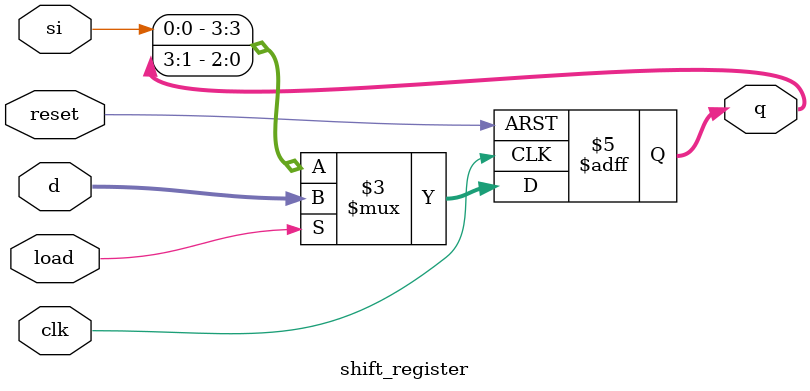
<source format=v>
module shift_register(
    input clk,       
    input reset,  
    input load,   
    input [3:0] d,
    input si,   
    output reg [3:0] q 
    //formatting the modules inputs and outputs
);

	always @(posedge clk or posedge reset) begin
	        if (reset) begin
			q <= 4'b0000;  // Reset shift register on reset signal
		end else if (load) begin
			q<=d; //updates with the value of d?
		end else begin
			q<={si,q[3:1]}; //shift bits to right
		end
	end
endmodule

</source>
